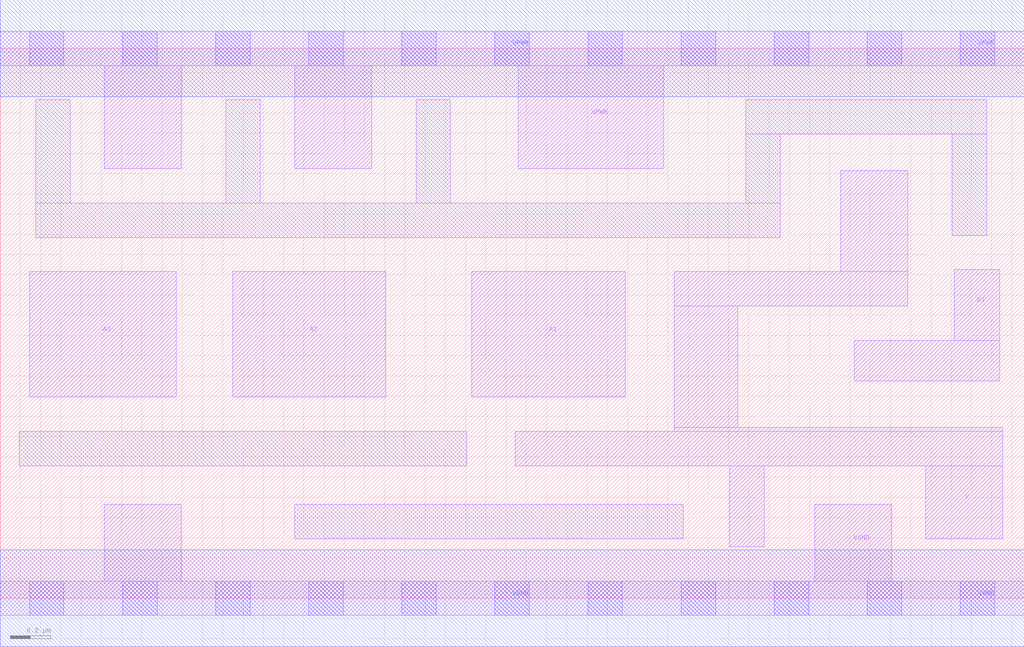
<source format=lef>
# Copyright 2020 The SkyWater PDK Authors
#
# Licensed under the Apache License, Version 2.0 (the "License");
# you may not use this file except in compliance with the License.
# You may obtain a copy of the License at
#
#     https://www.apache.org/licenses/LICENSE-2.0
#
# Unless required by applicable law or agreed to in writing, software
# distributed under the License is distributed on an "AS IS" BASIS,
# WITHOUT WARRANTIES OR CONDITIONS OF ANY KIND, either express or implied.
# See the License for the specific language governing permissions and
# limitations under the License.
#
# SPDX-License-Identifier: Apache-2.0

VERSION 5.7 ;
  NAMESCASESENSITIVE ON ;
  NOWIREEXTENSIONATPIN ON ;
  DIVIDERCHAR "/" ;
  BUSBITCHARS "[]" ;
UNITS
  DATABASE MICRONS 200 ;
END UNITS
PROPERTYDEFINITIONS
  MACRO maskLayoutSubType STRING ;
  MACRO prCellType STRING ;
  MACRO originalViewName STRING ;
END PROPERTYDEFINITIONS
MACRO sky130_fd_sc_hdll__a31oi_2
  CLASS CORE ;
  FOREIGN sky130_fd_sc_hdll__a31oi_2 ;
  ORIGIN  0.000000  0.000000 ;
  SIZE  5.060000 BY  2.720000 ;
  SYMMETRY X Y R90 ;
  SITE unithd ;
  PIN A1
    ANTENNAGATEAREA  0.555000 ;
    DIRECTION INPUT ;
    USE SIGNAL ;
    PORT
      LAYER li1 ;
        RECT 2.330000 0.995000 3.090000 1.615000 ;
    END
  END A1
  PIN A2
    ANTENNAGATEAREA  0.555000 ;
    DIRECTION INPUT ;
    USE SIGNAL ;
    PORT
      LAYER li1 ;
        RECT 1.150000 0.995000 1.905000 1.615000 ;
    END
  END A2
  PIN A3
    ANTENNAGATEAREA  0.555000 ;
    DIRECTION INPUT ;
    USE SIGNAL ;
    PORT
      LAYER li1 ;
        RECT 0.145000 0.995000 0.870000 1.615000 ;
    END
  END A3
  PIN B1
    ANTENNAGATEAREA  0.555000 ;
    DIRECTION INPUT ;
    USE SIGNAL ;
    PORT
      LAYER li1 ;
        RECT 4.220000 1.075000 4.940000 1.275000 ;
        RECT 4.715000 1.275000 4.940000 1.625000 ;
    END
  END B1
  PIN Y
    ANTENNADIFFAREA  1.007000 ;
    DIRECTION OUTPUT ;
    USE SIGNAL ;
    PORT
      LAYER li1 ;
        RECT 2.545000 0.655000 4.955000 0.825000 ;
        RECT 3.330000 0.825000 4.955000 0.845000 ;
        RECT 3.330000 0.845000 3.645000 1.445000 ;
        RECT 3.330000 1.445000 4.485000 1.615000 ;
        RECT 3.605000 0.255000 3.775000 0.655000 ;
        RECT 4.155000 1.615000 4.485000 2.115000 ;
        RECT 4.575000 0.295000 4.955000 0.655000 ;
    END
  END Y
  PIN VGND
    DIRECTION INOUT ;
    USE GROUND ;
    PORT
      LAYER li1 ;
        RECT 0.000000 -0.085000 5.060000 0.085000 ;
        RECT 0.515000  0.085000 0.895000 0.465000 ;
        RECT 4.025000  0.085000 4.405000 0.465000 ;
      LAYER mcon ;
        RECT 0.145000 -0.085000 0.315000 0.085000 ;
        RECT 0.605000 -0.085000 0.775000 0.085000 ;
        RECT 1.065000 -0.085000 1.235000 0.085000 ;
        RECT 1.525000 -0.085000 1.695000 0.085000 ;
        RECT 1.985000 -0.085000 2.155000 0.085000 ;
        RECT 2.445000 -0.085000 2.615000 0.085000 ;
        RECT 2.905000 -0.085000 3.075000 0.085000 ;
        RECT 3.365000 -0.085000 3.535000 0.085000 ;
        RECT 3.825000 -0.085000 3.995000 0.085000 ;
        RECT 4.285000 -0.085000 4.455000 0.085000 ;
        RECT 4.745000 -0.085000 4.915000 0.085000 ;
      LAYER met1 ;
        RECT 0.000000 -0.240000 5.060000 0.240000 ;
    END
  END VGND
  PIN VPWR
    DIRECTION INOUT ;
    USE POWER ;
    PORT
      LAYER li1 ;
        RECT 0.000000 2.635000 5.060000 2.805000 ;
        RECT 0.515000 2.125000 0.895000 2.635000 ;
        RECT 1.455000 2.125000 1.835000 2.635000 ;
        RECT 2.560000 2.125000 3.280000 2.635000 ;
      LAYER mcon ;
        RECT 0.145000 2.635000 0.315000 2.805000 ;
        RECT 0.605000 2.635000 0.775000 2.805000 ;
        RECT 1.065000 2.635000 1.235000 2.805000 ;
        RECT 1.525000 2.635000 1.695000 2.805000 ;
        RECT 1.985000 2.635000 2.155000 2.805000 ;
        RECT 2.445000 2.635000 2.615000 2.805000 ;
        RECT 2.905000 2.635000 3.075000 2.805000 ;
        RECT 3.365000 2.635000 3.535000 2.805000 ;
        RECT 3.825000 2.635000 3.995000 2.805000 ;
        RECT 4.285000 2.635000 4.455000 2.805000 ;
        RECT 4.745000 2.635000 4.915000 2.805000 ;
      LAYER met1 ;
        RECT 0.000000 2.480000 5.060000 2.960000 ;
    END
  END VPWR
  OBS
    LAYER li1 ;
      RECT 0.095000 0.655000 2.305000 0.825000 ;
      RECT 0.175000 1.785000 3.855000 1.955000 ;
      RECT 0.175000 1.955000 0.345000 2.465000 ;
      RECT 1.115000 1.955000 1.285000 2.465000 ;
      RECT 1.455000 0.295000 3.375000 0.465000 ;
      RECT 2.055000 1.955000 2.225000 2.465000 ;
      RECT 3.685000 1.955000 3.855000 2.295000 ;
      RECT 3.685000 2.295000 4.875000 2.465000 ;
      RECT 4.705000 1.795000 4.875000 2.295000 ;
  END
  PROPERTY maskLayoutSubType "abstract" ;
  PROPERTY prCellType "standard" ;
  PROPERTY originalViewName "layout" ;
END sky130_fd_sc_hdll__a31oi_2

</source>
